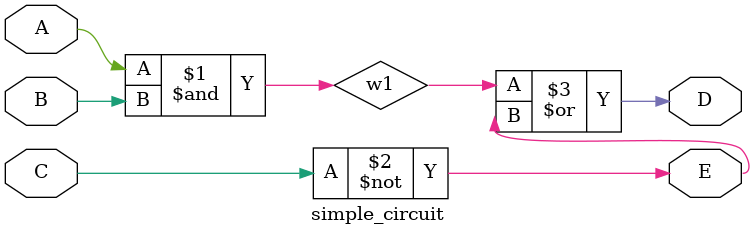
<source format=v>
module simple_circuit(A, B, C, D, E);
input A, B, C;
output D, E;
wire w1;
assign w1 = A & B;
assign E = ~C;
assign D = w1 | E;
endmodule
</source>
